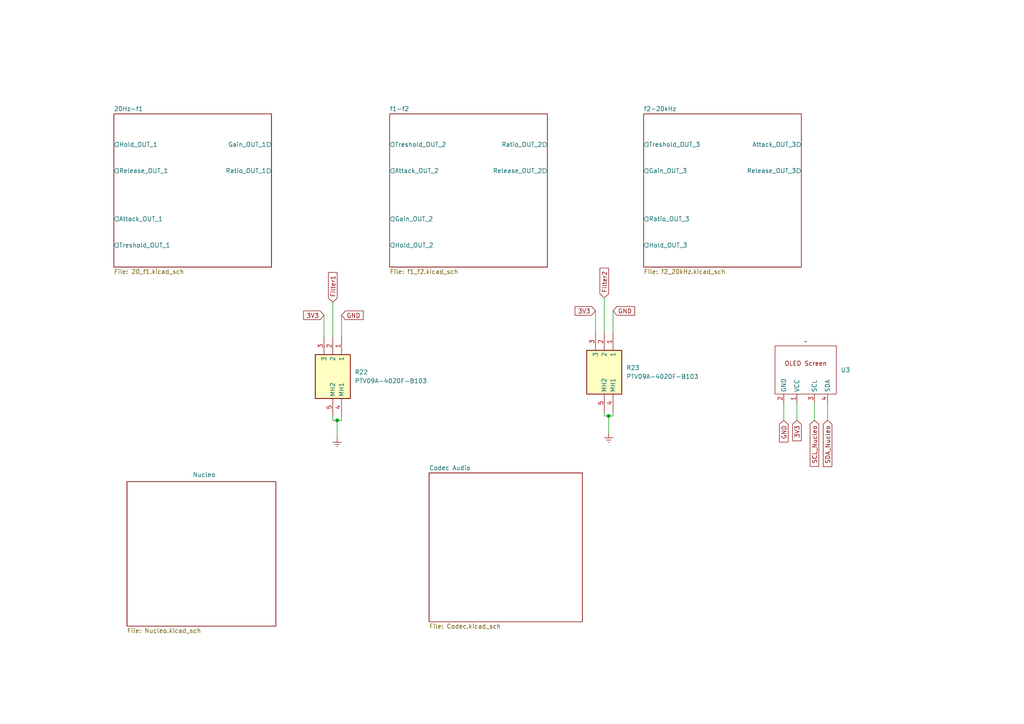
<source format=kicad_sch>
(kicad_sch (version 20230121) (generator eeschema)
  (paper "A4")
  (lib_symbols
    (symbol "Driver_Display:Oled_screen"
      (property "Reference" "U" (at 0 0 0))
      (symbol "Oled_screen_0_1"
        (rectangle (start -8.89 -1.27) (end 8.89 -15.24))
      )
      (symbol "Oled_screen_1_1"
        (text "OLED Screen" (at 0 -6.35 0) (effects (font (size 1.27 1.27))))
        (pin input line (at -2.54 -17.78 90) (length 2.54) (name "VCC") (number "1"))
        (pin input line (at -6.35 -17.78 90) (length 2.54) (name "GND") (number "2"))
        (pin input line (at 2.54 -17.78 90) (length 2.54) (name "SCL") (number "3"))
        (pin input line (at 6.35 -17.78 90) (length 2.54) (name "SDA") (number "4"))
      )
    )
    (symbol "PTV09A-4020F-B103:PTV09A-4020F-B103"
      (property "Reference" "R" (at 19.05 7.62 0))
      (property "Value" "PTV09A-4020F-B103" (at 19.05 5.08 0))
      (symbol "PTV09A-4020F-B103_1_1"
        (rectangle (start 5.08 2.54) (end 17.78 -7.62) (stroke (width 0.254)) (fill (type background)))
        (pin passive line (at 0 0 0) (length 5.08) (name "1") (number "1"))
        (pin passive line (at 0 -2.54 0) (length 5.08) (name "2") (number "2"))
        (pin passive line (at 0 -5.08 0) (length 5.08) (name "3") (number "3"))
        (pin passive line (at 22.86 0 180) (length 5.08) (name "MH1") (number "4"))
        (pin passive line (at 22.86 -2.54 180) (length 5.08) (name "MH2") (number "5"))
      )
    )
    (symbol "power:Earth" (power) (pin_names (offset 0))
      (symbol "Earth_0_1"
        (polyline (pts (xy -0.635 -1.905) (xy 0.635 -1.905)))
        (polyline (pts (xy -0.127 -2.54) (xy 0.127 -2.54)))
        (polyline (pts (xy 0 -1.27) (xy 0 0)))
        (polyline (pts (xy 1.27 -1.27) (xy -1.27 -1.27)))
      )
      (symbol "Earth_1_1"
        (pin power_in line (at 0 0 270) (length 0) hide (name "Earth") (number "1"))
      )
    )
  )
  (junction (at 97.79 121.92))
  (junction (at 176.53 120.65))
  (wire (pts (xy 93.98 91.44) (xy 93.98 97.79)))
  (wire (pts (xy 97.79 121.92) (xy 99.06 121.92)))
  (wire (pts (xy 172.72 90.17) (xy 172.72 96.52)))
  (wire (pts (xy 99.06 120.65) (xy 99.06 121.92)))
  (wire (pts (xy 176.53 120.65) (xy 177.8 120.65)))
  (wire (pts (xy 175.26 120.65) (xy 176.53 120.65)))
  (wire (pts (xy 175.26 119.38) (xy 175.26 120.65)))
  (wire (pts (xy 177.8 119.38) (xy 177.8 120.65)))
  (wire (pts (xy 96.52 87.63) (xy 96.52 97.79)))
  (wire (pts (xy 177.8 90.17) (xy 177.8 96.52)))
  (wire (pts (xy 227.33 116.84) (xy 227.33 121.92)))
  (wire (pts (xy 240.03 116.84) (xy 240.03 121.92)))
  (wire (pts (xy 236.22 116.84) (xy 236.22 121.92)))
  (wire (pts (xy 175.26 86.36) (xy 175.26 96.52)))
  (wire (pts (xy 176.53 120.65) (xy 176.53 125.73)))
  (wire (pts (xy 99.06 91.44) (xy 99.06 97.79)))
  (wire (pts (xy 231.14 116.84) (xy 231.14 121.92)))
  (wire (pts (xy 97.79 121.92) (xy 97.79 127)))
  (wire (pts (xy 96.52 120.65) (xy 96.52 121.92)))
  (wire (pts (xy 96.52 121.92) (xy 97.79 121.92)))
  (global_label "3V3" (shape input) (at 231.14 121.92 270) (property "Intersheetrefs" "${INTERSHEET_REFS}" (effects hide)))
  (global_label "GND" (shape input) (at 177.8 90.17 0) (property "Intersheetrefs" "${INTERSHEET_REFS}" (effects hide)))
  (global_label "SCL_Nucleo" (shape input) (at 236.22 121.92 270) (property "Intersheetrefs" "${INTERSHEET_REFS}" (effects hide)))
  (global_label "GND" (shape input) (at 99.06 91.44 0) (property "Intersheetrefs" "${INTERSHEET_REFS}" (effects hide)))
  (global_label "3V3" (shape input) (at 172.72 90.17 180) (property "Intersheetrefs" "${INTERSHEET_REFS}" (effects hide)))
  (global_label "Filter1" (shape input) (at 96.52 87.63 90) (property "Intersheetrefs" "${INTERSHEET_REFS}" (effects hide)))
  (global_label "Filter2" (shape input) (at 175.26 86.36 90) (property "Intersheetrefs" "${INTERSHEET_REFS}" (effects hide)))
  (global_label "3V3" (shape input) (at 93.98 91.44 180) (property "Intersheetrefs" "${INTERSHEET_REFS}" (effects hide)))
  (global_label "GND" (shape input) (at 227.33 121.92 270) (property "Intersheetrefs" "${INTERSHEET_REFS}" (effects hide)))
  (global_label "SDA_Nucleo" (shape input) (at 240.03 121.92 270) (property "Intersheetrefs" "${INTERSHEET_REFS}" (effects hide)))
  (symbol (lib_id "PTV09A-4020F-B103:PTV09A-4020F-B103") (at 99.06 97.79 270) (unit 1)
    (property "Reference" "R22" (at 102.87 107.95 90) (effects (justify left)))
    (property "Value" "PTV09A-4020F-B103" (at 102.87 110.49 90) (effects (justify left)))
    (property "Footprint" "PTV09A4020FB103" (effects hide))
    (property "Datasheet" "https://www.bourns.com/docs/Product-Datasheets/ptv09.pdf" (effects hide))
    (property "Height" "20" (effects hide))
    (property "Manufacturer_Name" "Bourns" (effects hide))
    (property "Manufacturer_Part_Number" "PTV09A-4020F-B103" (effects hide))
  )
  (symbol (lib_id "power:Earth") (at 176.53 125.73 0) (unit 1)
    (property "Reference" "#PWR034" (effects hide))
    (property "Value" "Earth" (effects hide))
  )
  (symbol (lib_id "PTV09A-4020F-B103:PTV09A-4020F-B103") (at 177.8 96.52 270) (unit 1)
    (property "Reference" "R23" (at 181.61 106.68 90) (effects (justify left)))
    (property "Value" "PTV09A-4020F-B103" (at 181.61 109.22 90) (effects (justify left)))
    (property "Footprint" "PTV09A4020FB103" (effects hide))
    (property "Datasheet" "https://www.bourns.com/docs/Product-Datasheets/ptv09.pdf" (effects hide))
    (property "Height" "20" (effects hide))
    (property "Manufacturer_Name" "Bourns" (effects hide))
    (property "Manufacturer_Part_Number" "PTV09A-4020F-B103" (effects hide))
  )
  (symbol (lib_id "power:Earth") (at 97.79 127 0) (unit 1)
    (property "Reference" "#PWR033" (effects hide))
    (property "Value" "Earth" (effects hide))
  )
  (symbol (lib_id "Driver_Display:Oled_screen") (at 233.68 99.06 0) (unit 1)
    (property "Reference" "U3" (at 243.84 107.315 0) (effects (justify left)))
    (property "Value" "~" (at 233.68 99.06 0))
  )
  (sheet (at 113.03 33.02) (size 45.72 44.45) (stroke (width 0.1524))
    (property "Sheetname" "f1-f2" (at 113.03 32.3084 0) (effects (justify left bottom)))
    (property "Sheetfile" "f1_f2.kicad_sch" (at 113.03 78.0546 0) (effects (justify left top)))
    (pin "Treshold_OUT_2" output (at 113.03 41.91 180))
    (pin "Attack_OUT_2" output (at 113.03 49.53 180))
    (pin "Gain_OUT_2" output (at 113.03 63.5 180))
    (pin "Hold_OUT_2" output (at 113.03 71.12 180))
    (pin "Ratio_OUT_2" output (at 158.75 41.91 0))
    (pin "Release_OUT_2" output (at 158.75 49.53 0))
  )
  (sheet (at 124.46 137.16) (size 44.45 43.18) (stroke (width 0.1524))
    (property "Sheetname" "Codec Audio" (at 124.46 136.4484 0) (effects (justify left bottom)))
    (property "Sheetfile" "Codec.kicad_sch" (at 124.46 180.9246 0) (effects (justify left top)))
  )
  (sheet (at 33.02 33.02) (size 45.72 44.45) (stroke (width 0.1524))
    (property "Sheetname" "20Hz-f1" (at 33.02 32.3084 0) (effects (justify left bottom)))
    (property "Sheetfile" "20_f1.kicad_sch" (at 33.02 78.0546 0) (effects (justify left top)))
    (pin "Hold_OUT_1" output (at 33.02 41.91 180))
    (pin "Release_OUT_1" output (at 33.02 49.53 180))
    (pin "Attack_OUT_1" output (at 33.02 63.5 180))
    (pin "Treshold_OUT_1" output (at 33.02 71.12 180))
    (pin "Gain_OUT_1" output (at 78.74 41.91 0))
    (pin "Ratio_OUT_1" output (at 78.74 49.53 0))
  )
  (sheet (at 186.69 33.02) (size 45.72 44.45) (stroke (width 0.1524))
    (property "Sheetname" "f2-20kHz" (at 186.69 32.3084 0) (effects (justify left bottom)))
    (property "Sheetfile" "f2_20kHz.kicad_sch" (at 186.69 78.0546 0) (effects (justify left top)))
    (pin "Treshold_OUT_3" output (at 186.69 41.91 180))
    (pin "Gain_OUT_3" output (at 186.69 49.53 180))
    (pin "Ratio_OUT_3" output (at 186.69 63.5 180))
    (pin "Hold_OUT_3" output (at 186.69 71.12 180))
    (pin "Attack_OUT_3" output (at 232.41 41.91 0))
    (pin "Release_OUT_3" output (at 232.41 49.53 0))
  )
  (sheet (at 36.83 139.7) (size 43.18 41.91) (stroke (width 0.1524))
    (property "Sheetname" "Nucleo" (at 55.88 138.43 0) (effects (justify left bottom)))
    (property "Sheetfile" "Nucleo.kicad_sch" (at 36.83 182.1946 0) (effects (justify left top)))
  )
)
</source>
